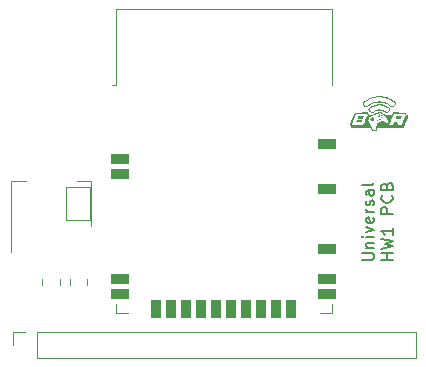
<source format=gbr>
%TF.GenerationSoftware,KiCad,Pcbnew,(6.0.8)*%
%TF.CreationDate,2023-06-07T12:36:53+01:00*%
%TF.ProjectId,BlueRetro_Universal_HW1_3v3,426c7565-5265-4747-926f-5f556e697665,rev?*%
%TF.SameCoordinates,Original*%
%TF.FileFunction,Legend,Top*%
%TF.FilePolarity,Positive*%
%FSLAX46Y46*%
G04 Gerber Fmt 4.6, Leading zero omitted, Abs format (unit mm)*
G04 Created by KiCad (PCBNEW (6.0.8)) date 2023-06-07 12:36:53*
%MOMM*%
%LPD*%
G01*
G04 APERTURE LIST*
%ADD10C,0.150000*%
%ADD11C,0.120000*%
%ADD12R,1.500000X0.900000*%
%ADD13R,0.900000X1.500000*%
G04 APERTURE END LIST*
D10*
X161410580Y-64606085D02*
X162220104Y-64606085D01*
X162315342Y-64558466D01*
X162362961Y-64510847D01*
X162410580Y-64415609D01*
X162410580Y-64225133D01*
X162362961Y-64129895D01*
X162315342Y-64082276D01*
X162220104Y-64034657D01*
X161410580Y-64034657D01*
X161743914Y-63558466D02*
X162410580Y-63558466D01*
X161839152Y-63558466D02*
X161791533Y-63510847D01*
X161743914Y-63415609D01*
X161743914Y-63272752D01*
X161791533Y-63177514D01*
X161886771Y-63129895D01*
X162410580Y-63129895D01*
X162410580Y-62653704D02*
X161743914Y-62653704D01*
X161410580Y-62653704D02*
X161458200Y-62701323D01*
X161505819Y-62653704D01*
X161458200Y-62606085D01*
X161410580Y-62653704D01*
X161505819Y-62653704D01*
X161743914Y-62272752D02*
X162410580Y-62034657D01*
X161743914Y-61796561D01*
X162362961Y-61034657D02*
X162410580Y-61129895D01*
X162410580Y-61320371D01*
X162362961Y-61415609D01*
X162267723Y-61463228D01*
X161886771Y-61463228D01*
X161791533Y-61415609D01*
X161743914Y-61320371D01*
X161743914Y-61129895D01*
X161791533Y-61034657D01*
X161886771Y-60987038D01*
X161982009Y-60987038D01*
X162077247Y-61463228D01*
X162410580Y-60558466D02*
X161743914Y-60558466D01*
X161934390Y-60558466D02*
X161839152Y-60510847D01*
X161791533Y-60463228D01*
X161743914Y-60367990D01*
X161743914Y-60272752D01*
X162362961Y-59987038D02*
X162410580Y-59891800D01*
X162410580Y-59701323D01*
X162362961Y-59606085D01*
X162267723Y-59558466D01*
X162220104Y-59558466D01*
X162124866Y-59606085D01*
X162077247Y-59701323D01*
X162077247Y-59844180D01*
X162029628Y-59939419D01*
X161934390Y-59987038D01*
X161886771Y-59987038D01*
X161791533Y-59939419D01*
X161743914Y-59844180D01*
X161743914Y-59701323D01*
X161791533Y-59606085D01*
X162410580Y-58701323D02*
X161886771Y-58701323D01*
X161791533Y-58748942D01*
X161743914Y-58844180D01*
X161743914Y-59034657D01*
X161791533Y-59129895D01*
X162362961Y-58701323D02*
X162410580Y-58796561D01*
X162410580Y-59034657D01*
X162362961Y-59129895D01*
X162267723Y-59177514D01*
X162172485Y-59177514D01*
X162077247Y-59129895D01*
X162029628Y-59034657D01*
X162029628Y-58796561D01*
X161982009Y-58701323D01*
X162410580Y-58082276D02*
X162362961Y-58177514D01*
X162267723Y-58225133D01*
X161410580Y-58225133D01*
X164020580Y-64606085D02*
X163020580Y-64606085D01*
X163496771Y-64606085D02*
X163496771Y-64034657D01*
X164020580Y-64034657D02*
X163020580Y-64034657D01*
X163020580Y-63653704D02*
X164020580Y-63415609D01*
X163306295Y-63225133D01*
X164020580Y-63034657D01*
X163020580Y-62796561D01*
X164020580Y-61891800D02*
X164020580Y-62463228D01*
X164020580Y-62177514D02*
X163020580Y-62177514D01*
X163163438Y-62272752D01*
X163258676Y-62367990D01*
X163306295Y-62463228D01*
X164020580Y-60701323D02*
X163020580Y-60701323D01*
X163020580Y-60320371D01*
X163068200Y-60225133D01*
X163115819Y-60177514D01*
X163211057Y-60129895D01*
X163353914Y-60129895D01*
X163449152Y-60177514D01*
X163496771Y-60225133D01*
X163544390Y-60320371D01*
X163544390Y-60701323D01*
X163925342Y-59129895D02*
X163972961Y-59177514D01*
X164020580Y-59320371D01*
X164020580Y-59415609D01*
X163972961Y-59558466D01*
X163877723Y-59653704D01*
X163782485Y-59701323D01*
X163592009Y-59748942D01*
X163449152Y-59748942D01*
X163258676Y-59701323D01*
X163163438Y-59653704D01*
X163068200Y-59558466D01*
X163020580Y-59415609D01*
X163020580Y-59320371D01*
X163068200Y-59177514D01*
X163115819Y-59129895D01*
X163496771Y-58367990D02*
X163544390Y-58225133D01*
X163592009Y-58177514D01*
X163687247Y-58129895D01*
X163830104Y-58129895D01*
X163925342Y-58177514D01*
X163972961Y-58225133D01*
X164020580Y-58320371D01*
X164020580Y-58701323D01*
X163020580Y-58701323D01*
X163020580Y-58367990D01*
X163068200Y-58272752D01*
X163115819Y-58225133D01*
X163211057Y-58177514D01*
X163306295Y-58177514D01*
X163401533Y-58225133D01*
X163449152Y-58272752D01*
X163496771Y-58367990D01*
X163496771Y-58701323D01*
%TO.C,G\u002A\u002A\u002A*%
G36*
X160809228Y-52121166D02*
G01*
X161883644Y-52119230D01*
X161915523Y-52175827D01*
X161928831Y-52200031D01*
X161943234Y-52227183D01*
X161957225Y-52254386D01*
X161969297Y-52278741D01*
X161972232Y-52284876D01*
X161997063Y-52337329D01*
X162083016Y-52335857D01*
X162168969Y-52334384D01*
X162235821Y-52303798D01*
X162304099Y-52273664D01*
X162375019Y-52244439D01*
X162447453Y-52216501D01*
X162520269Y-52190227D01*
X162592337Y-52165998D01*
X162662528Y-52144189D01*
X162729712Y-52125181D01*
X162792758Y-52109352D01*
X162850537Y-52097080D01*
X162856591Y-52095950D01*
X162900307Y-52089728D01*
X162942797Y-52087147D01*
X162982452Y-52088209D01*
X163017661Y-52092915D01*
X163030406Y-52095889D01*
X163089402Y-52115215D01*
X163149190Y-52141519D01*
X163208953Y-52174311D01*
X163267872Y-52213100D01*
X163325129Y-52257395D01*
X163376284Y-52303213D01*
X163407502Y-52333183D01*
X163928556Y-52333183D01*
X163937326Y-52313128D01*
X163941201Y-52303854D01*
X163947305Y-52288736D01*
X163955130Y-52269062D01*
X163964163Y-52246120D01*
X163973895Y-52221197D01*
X163979732Y-52206151D01*
X164013368Y-52119230D01*
X165090498Y-52121166D01*
X165145087Y-52224310D01*
X165199677Y-52327453D01*
X165271005Y-52328494D01*
X165297243Y-52328998D01*
X165316583Y-52329679D01*
X165329764Y-52330596D01*
X165337528Y-52331811D01*
X165340615Y-52333386D01*
X165340677Y-52334224D01*
X165339188Y-52338275D01*
X165335194Y-52349104D01*
X165328837Y-52366326D01*
X165320260Y-52389553D01*
X165309606Y-52418397D01*
X165297019Y-52452472D01*
X165282641Y-52491391D01*
X165266615Y-52534765D01*
X165249085Y-52582208D01*
X165230194Y-52633334D01*
X165210084Y-52687753D01*
X165188898Y-52745081D01*
X165166781Y-52804928D01*
X165143873Y-52866909D01*
X165131149Y-52901337D01*
X164923277Y-53463761D01*
X163809197Y-53463850D01*
X162695116Y-53463940D01*
X162692396Y-53485905D01*
X162686726Y-53519932D01*
X162678350Y-53554269D01*
X162667834Y-53587350D01*
X162655740Y-53617610D01*
X162642632Y-53643481D01*
X162629075Y-53663398D01*
X162628048Y-53664618D01*
X162607020Y-53683425D01*
X162580604Y-53697581D01*
X162549617Y-53706891D01*
X162514874Y-53711162D01*
X162477192Y-53710201D01*
X162451024Y-53706591D01*
X162397811Y-53693112D01*
X162347038Y-53672616D01*
X162299216Y-53645481D01*
X162254855Y-53612083D01*
X162214465Y-53572797D01*
X162178554Y-53528000D01*
X162151954Y-53485905D01*
X162139588Y-53463940D01*
X161282335Y-53463940D01*
X161201975Y-53463934D01*
X161123654Y-53463916D01*
X161047713Y-53463888D01*
X160974495Y-53463848D01*
X160904340Y-53463799D01*
X160837590Y-53463741D01*
X160774586Y-53463674D01*
X160715670Y-53463598D01*
X160661183Y-53463515D01*
X160611466Y-53463424D01*
X160566862Y-53463326D01*
X160527711Y-53463223D01*
X160494355Y-53463114D01*
X160467135Y-53462999D01*
X160446392Y-53462881D01*
X160432469Y-53462758D01*
X160425706Y-53462631D01*
X160425082Y-53462579D01*
X160426460Y-53458801D01*
X160430312Y-53448997D01*
X160436222Y-53434213D01*
X160443770Y-53415494D01*
X160452537Y-53393886D01*
X160456065Y-53385222D01*
X160465311Y-53362537D01*
X160473633Y-53342111D01*
X160480579Y-53325050D01*
X160485699Y-53312464D01*
X160488541Y-53305458D01*
X160488914Y-53304532D01*
X160487795Y-53302814D01*
X160482419Y-53301468D01*
X160472053Y-53300436D01*
X160455962Y-53299659D01*
X160433411Y-53299080D01*
X160416285Y-53298801D01*
X160341791Y-53297764D01*
X160381227Y-53198498D01*
X160487677Y-53198498D01*
X160488483Y-53199402D01*
X160490570Y-53200206D01*
X160494339Y-53200914D01*
X160500191Y-53201532D01*
X160508530Y-53202067D01*
X160519757Y-53202525D01*
X160534273Y-53202912D01*
X160552481Y-53203233D01*
X160574783Y-53203495D01*
X160601580Y-53203703D01*
X160633275Y-53203864D01*
X160670269Y-53203984D01*
X160712965Y-53204068D01*
X160761763Y-53204123D01*
X160817067Y-53204154D01*
X160879278Y-53204169D01*
X160936037Y-53204171D01*
X161386687Y-53204171D01*
X161591109Y-53057079D01*
X161641763Y-52943057D01*
X161692416Y-52829034D01*
X161671095Y-52793106D01*
X161946482Y-52793106D01*
X161948225Y-52812684D01*
X161951570Y-52833374D01*
X161956718Y-52855658D01*
X161963872Y-52880016D01*
X161973231Y-52906932D01*
X161984999Y-52936886D01*
X161999376Y-52970360D01*
X162016564Y-53007837D01*
X162036764Y-53049796D01*
X162060179Y-53096722D01*
X162087009Y-53149094D01*
X162117456Y-53207395D01*
X162128853Y-53229002D01*
X162144397Y-53258485D01*
X162160725Y-53289590D01*
X162176935Y-53320584D01*
X162192120Y-53349738D01*
X162205378Y-53375318D01*
X162214301Y-53392655D01*
X162225242Y-53413798D01*
X162235575Y-53433364D01*
X162244580Y-53450022D01*
X162251539Y-53462440D01*
X162255571Y-53469057D01*
X162285820Y-53506724D01*
X162321215Y-53539984D01*
X162360628Y-53568034D01*
X162402930Y-53590067D01*
X162446210Y-53605076D01*
X162468713Y-53609630D01*
X162492096Y-53612084D01*
X162514177Y-53612379D01*
X162532772Y-53610460D01*
X162542990Y-53607587D01*
X162552234Y-53601635D01*
X162560755Y-53591579D01*
X162568639Y-53577046D01*
X162575974Y-53557661D01*
X162582844Y-53533050D01*
X162589336Y-53502838D01*
X162595536Y-53466652D01*
X162601531Y-53424117D01*
X162607405Y-53374858D01*
X162613246Y-53318502D01*
X162615879Y-53290809D01*
X162620359Y-53244040D01*
X162624593Y-53204181D01*
X162625094Y-53200196D01*
X163691288Y-53200196D01*
X163694809Y-53201327D01*
X163705436Y-53202265D01*
X163723264Y-53203013D01*
X163748389Y-53203574D01*
X163780907Y-53203949D01*
X163820913Y-53204142D01*
X163847142Y-53204171D01*
X164002995Y-53204171D01*
X164040761Y-53111533D01*
X164051760Y-53084571D01*
X164062575Y-53058098D01*
X164072633Y-53033511D01*
X164081362Y-53012208D01*
X164088191Y-52995584D01*
X164091594Y-52987335D01*
X164104662Y-52955774D01*
X164252202Y-52956774D01*
X164399742Y-52957773D01*
X164438913Y-53020805D01*
X164451083Y-53040702D01*
X164461720Y-53058693D01*
X164470195Y-53073665D01*
X164475879Y-53084504D01*
X164478144Y-53090097D01*
X164478159Y-53090282D01*
X164476849Y-53096074D01*
X164473206Y-53107444D01*
X164467751Y-53122881D01*
X164461000Y-53140873D01*
X164459140Y-53145674D01*
X164452158Y-53163906D01*
X164446321Y-53179788D01*
X164442142Y-53191867D01*
X164440140Y-53198690D01*
X164440039Y-53199439D01*
X164441497Y-53200669D01*
X164446263Y-53201660D01*
X164454917Y-53202426D01*
X164468043Y-53202980D01*
X164486222Y-53203337D01*
X164510036Y-53203512D01*
X164540066Y-53203518D01*
X164576894Y-53203371D01*
X164595638Y-53203259D01*
X164751244Y-53202261D01*
X164803745Y-53057097D01*
X164815180Y-53025364D01*
X164825761Y-52995777D01*
X164835211Y-52969128D01*
X164843252Y-52946207D01*
X164849609Y-52927806D01*
X164854005Y-52914716D01*
X164856161Y-52907728D01*
X164856336Y-52906858D01*
X164854493Y-52901877D01*
X164849374Y-52891727D01*
X164841701Y-52877752D01*
X164832195Y-52861295D01*
X164829139Y-52856151D01*
X164819401Y-52839610D01*
X164811417Y-52825559D01*
X164805854Y-52815209D01*
X164803378Y-52809770D01*
X164803353Y-52809259D01*
X164806930Y-52806905D01*
X164815874Y-52801191D01*
X164829077Y-52792820D01*
X164845435Y-52782494D01*
X164858335Y-52774373D01*
X164876744Y-52762673D01*
X164893211Y-52751973D01*
X164906491Y-52743101D01*
X164915336Y-52736886D01*
X164918125Y-52734655D01*
X164920768Y-52730086D01*
X164926098Y-52719138D01*
X164933821Y-52702467D01*
X164943647Y-52680729D01*
X164955281Y-52654580D01*
X164968431Y-52624676D01*
X164982805Y-52591674D01*
X164998110Y-52556230D01*
X165008533Y-52531925D01*
X165092634Y-52335285D01*
X165061437Y-52275104D01*
X165030241Y-52214922D01*
X164555956Y-52214841D01*
X164081671Y-52214759D01*
X164048291Y-52299757D01*
X164036392Y-52330006D01*
X164022380Y-52365536D01*
X164006537Y-52405644D01*
X163989140Y-52449624D01*
X163970472Y-52496773D01*
X163950811Y-52546384D01*
X163930437Y-52597755D01*
X163909631Y-52650180D01*
X163888672Y-52702955D01*
X163867841Y-52755375D01*
X163847417Y-52806736D01*
X163827680Y-52856333D01*
X163808910Y-52903462D01*
X163791388Y-52947417D01*
X163775392Y-52987496D01*
X163761203Y-53022992D01*
X163749102Y-53053201D01*
X163739367Y-53077419D01*
X163734910Y-53088458D01*
X163724020Y-53115485D01*
X163714124Y-53140291D01*
X163705572Y-53161973D01*
X163698716Y-53179632D01*
X163693909Y-53192367D01*
X163691501Y-53199277D01*
X163691288Y-53200196D01*
X162625094Y-53200196D01*
X162628822Y-53170516D01*
X162633289Y-53142330D01*
X162638233Y-53118908D01*
X162643898Y-53099534D01*
X162650522Y-53083495D01*
X162658349Y-53070073D01*
X162667619Y-53058555D01*
X162678574Y-53048225D01*
X162691454Y-53038368D01*
X162703876Y-53029970D01*
X162731254Y-53013320D01*
X162764689Y-52994939D01*
X162802945Y-52975371D01*
X162844785Y-52955159D01*
X162888973Y-52934849D01*
X162934273Y-52914985D01*
X162979449Y-52896110D01*
X163023264Y-52878769D01*
X163064481Y-52863505D01*
X163101865Y-52850864D01*
X163129426Y-52842663D01*
X163156457Y-52836559D01*
X163180815Y-52834225D01*
X163203993Y-52835965D01*
X163227485Y-52842088D01*
X163252785Y-52852898D01*
X163281387Y-52868702D01*
X163293906Y-52876378D01*
X163309731Y-52886855D01*
X163330022Y-52901140D01*
X163353359Y-52918169D01*
X163378326Y-52936875D01*
X163403503Y-52956195D01*
X163427472Y-52975061D01*
X163448815Y-52992410D01*
X163452530Y-52995509D01*
X163477089Y-53015251D01*
X163497913Y-53029677D01*
X163516347Y-53039178D01*
X163533738Y-53044142D01*
X163551433Y-53044960D01*
X163570777Y-53042021D01*
X163592340Y-53035965D01*
X163619777Y-53027143D01*
X163617461Y-52984818D01*
X163611561Y-52930136D01*
X163599638Y-52872636D01*
X163581597Y-52812012D01*
X163557343Y-52747957D01*
X163526782Y-52680164D01*
X163517236Y-52660779D01*
X163480498Y-52592645D01*
X163441379Y-52530559D01*
X163398833Y-52473041D01*
X163351813Y-52418618D01*
X163328376Y-52394197D01*
X163271632Y-52341084D01*
X163213306Y-52294691D01*
X163153743Y-52255249D01*
X163093294Y-52222989D01*
X163034020Y-52198737D01*
X163018793Y-52193599D01*
X163006496Y-52190102D01*
X162994961Y-52187941D01*
X162982023Y-52186814D01*
X162965515Y-52186415D01*
X162946364Y-52186424D01*
X162922122Y-52186849D01*
X162901697Y-52188094D01*
X162882122Y-52190502D01*
X162860426Y-52194414D01*
X162840695Y-52198604D01*
X162775779Y-52214268D01*
X162706369Y-52233473D01*
X162633762Y-52255734D01*
X162559257Y-52280564D01*
X162484152Y-52307478D01*
X162409745Y-52335989D01*
X162337334Y-52365611D01*
X162268217Y-52395859D01*
X162203694Y-52426246D01*
X162145061Y-52456286D01*
X162128857Y-52465133D01*
X162098547Y-52482322D01*
X162074071Y-52497298D01*
X162054344Y-52511088D01*
X162038281Y-52524717D01*
X162024795Y-52539213D01*
X162012803Y-52555601D01*
X162001218Y-52574909D01*
X161989661Y-52596772D01*
X161967711Y-52647701D01*
X161953353Y-52699313D01*
X161946558Y-52751737D01*
X161946482Y-52793106D01*
X161671095Y-52793106D01*
X161652531Y-52761823D01*
X161640462Y-52741415D01*
X161629790Y-52723237D01*
X161621109Y-52708313D01*
X161615014Y-52697664D01*
X161612098Y-52692313D01*
X161611938Y-52691935D01*
X161614708Y-52689056D01*
X161622867Y-52682380D01*
X161635584Y-52672543D01*
X161652026Y-52660181D01*
X161671361Y-52645930D01*
X161687211Y-52634420D01*
X161763191Y-52579581D01*
X161825917Y-52457443D01*
X161842473Y-52425129D01*
X161855801Y-52398887D01*
X161866210Y-52378020D01*
X161874010Y-52361829D01*
X161879510Y-52349615D01*
X161883020Y-52340680D01*
X161884849Y-52334325D01*
X161885308Y-52329851D01*
X161884706Y-52326561D01*
X161884342Y-52325649D01*
X161881054Y-52318916D01*
X161874916Y-52306929D01*
X161866695Y-52291164D01*
X161857159Y-52273097D01*
X161853051Y-52265376D01*
X161826059Y-52214759D01*
X160877415Y-52214759D01*
X160683763Y-52702780D01*
X160660595Y-52761173D01*
X160638183Y-52817667D01*
X160616693Y-52871850D01*
X160596286Y-52923309D01*
X160577128Y-52971631D01*
X160559382Y-53016404D01*
X160543210Y-53057213D01*
X160528778Y-53093647D01*
X160516248Y-53125293D01*
X160505784Y-53151737D01*
X160497550Y-53172566D01*
X160491709Y-53187369D01*
X160488425Y-53195731D01*
X160487749Y-53197486D01*
X160487677Y-53198498D01*
X160381227Y-53198498D01*
X160575510Y-52709465D01*
X160809228Y-52121166D01*
G37*
G36*
X161942892Y-51824730D02*
G01*
X161953179Y-51791661D01*
X161970051Y-51760930D01*
X161978494Y-51749716D01*
X161990707Y-51736961D01*
X162008623Y-51721208D01*
X162031257Y-51703152D01*
X162057625Y-51683489D01*
X162086742Y-51662915D01*
X162117623Y-51642126D01*
X162149284Y-51621817D01*
X162180740Y-51602685D01*
X162210990Y-51585433D01*
X162299763Y-51541073D01*
X162392531Y-51503133D01*
X162489019Y-51471699D01*
X162588952Y-51446856D01*
X162692054Y-51428689D01*
X162734347Y-51423285D01*
X162759230Y-51421163D01*
X162790043Y-51419668D01*
X162825101Y-51418789D01*
X162862720Y-51418512D01*
X162901215Y-51418828D01*
X162938902Y-51419723D01*
X162974097Y-51421187D01*
X163005115Y-51423207D01*
X163026586Y-51425311D01*
X163130361Y-51441467D01*
X163231361Y-51464692D01*
X163329469Y-51494943D01*
X163424568Y-51532177D01*
X163516540Y-51576352D01*
X163605266Y-51627426D01*
X163625820Y-51640547D01*
X163668350Y-51669103D01*
X163704095Y-51695047D01*
X163733357Y-51718632D01*
X163756434Y-51740111D01*
X163773625Y-51759738D01*
X163783038Y-51773746D01*
X163796348Y-51803911D01*
X163803942Y-51837021D01*
X163805520Y-51870846D01*
X163800783Y-51903155D01*
X163800563Y-51903992D01*
X163796885Y-51916534D01*
X163792549Y-51928060D01*
X163786968Y-51939327D01*
X163779557Y-51951094D01*
X163769731Y-51964120D01*
X163756905Y-51979162D01*
X163740495Y-51996981D01*
X163719915Y-52018333D01*
X163694580Y-52043978D01*
X163685786Y-52052801D01*
X163658243Y-52080227D01*
X163635175Y-52102674D01*
X163615793Y-52120699D01*
X163599307Y-52134861D01*
X163584928Y-52145716D01*
X163571866Y-52153823D01*
X163559333Y-52159739D01*
X163546537Y-52164022D01*
X163532691Y-52167229D01*
X163520831Y-52169315D01*
X163490250Y-52171724D01*
X163461030Y-52168526D01*
X163432008Y-52159370D01*
X163402019Y-52143903D01*
X163374386Y-52125153D01*
X163307280Y-52079885D01*
X163237232Y-52041663D01*
X163164189Y-52010463D01*
X163100281Y-51989604D01*
X163030481Y-51973436D01*
X162957742Y-51963307D01*
X162883588Y-51959246D01*
X162809547Y-51961282D01*
X162737144Y-51969444D01*
X162676631Y-51981562D01*
X162637058Y-51991931D01*
X162600590Y-52003058D01*
X162566082Y-52015498D01*
X162532386Y-52029801D01*
X162498358Y-52046522D01*
X162462850Y-52066213D01*
X162424717Y-52089427D01*
X162382813Y-52116716D01*
X162349329Y-52139427D01*
X162318452Y-52156518D01*
X162285397Y-52167311D01*
X162251611Y-52171509D01*
X162218542Y-52168811D01*
X162212900Y-52167599D01*
X162191573Y-52161619D01*
X162173585Y-52154027D01*
X162155785Y-52143299D01*
X162142228Y-52133472D01*
X162131864Y-52124837D01*
X162117560Y-52111831D01*
X162100267Y-52095422D01*
X162080937Y-52076572D01*
X162060523Y-52056248D01*
X162039975Y-52035413D01*
X162020245Y-52015033D01*
X162002286Y-51996073D01*
X161987049Y-51979496D01*
X161975486Y-51966269D01*
X161968674Y-51957542D01*
X161952081Y-51926544D01*
X161942289Y-51893314D01*
X161940027Y-51867819D01*
X162037543Y-51867819D01*
X162042442Y-51888545D01*
X162044550Y-51893066D01*
X162049625Y-51900207D01*
X162059330Y-51911560D01*
X162072792Y-51926259D01*
X162089138Y-51943442D01*
X162107495Y-51962244D01*
X162126992Y-51981800D01*
X162146755Y-52001246D01*
X162165912Y-52019718D01*
X162183591Y-52036353D01*
X162198919Y-52050284D01*
X162211023Y-52060649D01*
X162219031Y-52066583D01*
X162220540Y-52067386D01*
X162237861Y-52072034D01*
X162257126Y-52072999D01*
X162274368Y-52070134D01*
X162276280Y-52069462D01*
X162283683Y-52065579D01*
X162295353Y-52058260D01*
X162309464Y-52048686D01*
X162319505Y-52041503D01*
X162389832Y-51994712D01*
X162463243Y-51954789D01*
X162539324Y-51921809D01*
X162617664Y-51895847D01*
X162697851Y-51876978D01*
X162779471Y-51865276D01*
X162862113Y-51860817D01*
X162945363Y-51863674D01*
X163028811Y-51873922D01*
X163112043Y-51891637D01*
X163125909Y-51895333D01*
X163199873Y-51919370D01*
X163272647Y-51950397D01*
X163342834Y-51987770D01*
X163389475Y-52017224D01*
X163414654Y-52034205D01*
X163434414Y-52047369D01*
X163449651Y-52057202D01*
X163461261Y-52064189D01*
X163470139Y-52068814D01*
X163477180Y-52071564D01*
X163483280Y-52072922D01*
X163489334Y-52073376D01*
X163493179Y-52073415D01*
X163506701Y-52072548D01*
X163518873Y-52070377D01*
X163521999Y-52069412D01*
X163527321Y-52065760D01*
X163537119Y-52057442D01*
X163550555Y-52045280D01*
X163566791Y-52030099D01*
X163584991Y-52012722D01*
X163604315Y-51993972D01*
X163623927Y-51974673D01*
X163642989Y-51955649D01*
X163660663Y-51937723D01*
X163676112Y-51921719D01*
X163688498Y-51908460D01*
X163696983Y-51898769D01*
X163700548Y-51893869D01*
X163707541Y-51872373D01*
X163707533Y-51849831D01*
X163700687Y-51827843D01*
X163692326Y-51814176D01*
X163684340Y-51805761D01*
X163670992Y-51794110D01*
X163653392Y-51780042D01*
X163632651Y-51764381D01*
X163609881Y-51747948D01*
X163586191Y-51731565D01*
X163562692Y-51716054D01*
X163543497Y-51704047D01*
X163455934Y-51655297D01*
X163365997Y-51613781D01*
X163273869Y-51579548D01*
X163179730Y-51552645D01*
X163083760Y-51533121D01*
X162986141Y-51521023D01*
X162887053Y-51516399D01*
X162835580Y-51516946D01*
X162737168Y-51523256D01*
X162642080Y-51536283D01*
X162549741Y-51556177D01*
X162459576Y-51583083D01*
X162371012Y-51617149D01*
X162283572Y-51658472D01*
X162248708Y-51677194D01*
X162214163Y-51697070D01*
X162180726Y-51717546D01*
X162149188Y-51738069D01*
X162120337Y-51758088D01*
X162094964Y-51777049D01*
X162073856Y-51794400D01*
X162057805Y-51809588D01*
X162047599Y-51822060D01*
X162046020Y-51824753D01*
X162038754Y-51845717D01*
X162037543Y-51867819D01*
X161940027Y-51867819D01*
X161939244Y-51858995D01*
X161942892Y-51824730D01*
G37*
G36*
X161461244Y-51323643D02*
G01*
X161475498Y-51290335D01*
X161481605Y-51280077D01*
X161491924Y-51266860D01*
X161508033Y-51250100D01*
X161529268Y-51230346D01*
X161554969Y-51208151D01*
X161584471Y-51184063D01*
X161617115Y-51158634D01*
X161652236Y-51132413D01*
X161689174Y-51105951D01*
X161701003Y-51097707D01*
X161804543Y-51030656D01*
X161912083Y-50970013D01*
X162023247Y-50915926D01*
X162137658Y-50868542D01*
X162254937Y-50828007D01*
X162374708Y-50794468D01*
X162496593Y-50768073D01*
X162583452Y-50753856D01*
X162626262Y-50748085D01*
X162665540Y-50743529D01*
X162703106Y-50740072D01*
X162740780Y-50737598D01*
X162780382Y-50735990D01*
X162823731Y-50735133D01*
X162872647Y-50734908D01*
X162879511Y-50734920D01*
X162931262Y-50735363D01*
X162977405Y-50736539D01*
X163019950Y-50738589D01*
X163060907Y-50741653D01*
X163102285Y-50745873D01*
X163146094Y-50751389D01*
X163177481Y-50755832D01*
X163298056Y-50777348D01*
X163417389Y-50806274D01*
X163535034Y-50842423D01*
X163650542Y-50885606D01*
X163763467Y-50935635D01*
X163873362Y-50992322D01*
X163979779Y-51055479D01*
X164082272Y-51124918D01*
X164118857Y-51151973D01*
X164155065Y-51179779D01*
X164185428Y-51204038D01*
X164210534Y-51225320D01*
X164230975Y-51244196D01*
X164247339Y-51261235D01*
X164260218Y-51277008D01*
X164270200Y-51292084D01*
X164276700Y-51304456D01*
X164282696Y-51318499D01*
X164286510Y-51331364D01*
X164288770Y-51345942D01*
X164290105Y-51365120D01*
X164290160Y-51366264D01*
X164289407Y-51399617D01*
X164283434Y-51429057D01*
X164271730Y-51456692D01*
X164265603Y-51467271D01*
X164259741Y-51474989D01*
X164249230Y-51487087D01*
X164234950Y-51502672D01*
X164217784Y-51520850D01*
X164198611Y-51540731D01*
X164178312Y-51561420D01*
X164157770Y-51582027D01*
X164137864Y-51601657D01*
X164119476Y-51619420D01*
X164103487Y-51634422D01*
X164090777Y-51645771D01*
X164083811Y-51651435D01*
X164053522Y-51669475D01*
X164020353Y-51680445D01*
X163984271Y-51684355D01*
X163982220Y-51684365D01*
X163962032Y-51683795D01*
X163944220Y-51681717D01*
X163927602Y-51677584D01*
X163910997Y-51670848D01*
X163893225Y-51660959D01*
X163873104Y-51647370D01*
X163849453Y-51629532D01*
X163828812Y-51613135D01*
X163742352Y-51548091D01*
X163653205Y-51490084D01*
X163561162Y-51439026D01*
X163466011Y-51394827D01*
X163367542Y-51357398D01*
X163265543Y-51326648D01*
X163159805Y-51302489D01*
X163059057Y-51286009D01*
X163025829Y-51282426D01*
X162986833Y-51279677D01*
X162943779Y-51277771D01*
X162898382Y-51276720D01*
X162852352Y-51276532D01*
X162807402Y-51277219D01*
X162765245Y-51278790D01*
X162727591Y-51281256D01*
X162701876Y-51283878D01*
X162591979Y-51301146D01*
X162485358Y-51325200D01*
X162382135Y-51355991D01*
X162282429Y-51393467D01*
X162186359Y-51437580D01*
X162094047Y-51488280D01*
X162005611Y-51545515D01*
X161921918Y-51608632D01*
X161897564Y-51628192D01*
X161878001Y-51643382D01*
X161862272Y-51654858D01*
X161849415Y-51663277D01*
X161838471Y-51669297D01*
X161828481Y-51673575D01*
X161825602Y-51674592D01*
X161792470Y-51682272D01*
X161756839Y-51684226D01*
X161739251Y-51683000D01*
X161710150Y-51676296D01*
X161685770Y-51666151D01*
X161677135Y-51661691D01*
X161668916Y-51656776D01*
X161660346Y-51650737D01*
X161650656Y-51642907D01*
X161639081Y-51632617D01*
X161624852Y-51619198D01*
X161607202Y-51601982D01*
X161585363Y-51580300D01*
X161572709Y-51567651D01*
X161542767Y-51537348D01*
X161518411Y-51511967D01*
X161499511Y-51491363D01*
X161485934Y-51475392D01*
X161477549Y-51463908D01*
X161476335Y-51461877D01*
X161461692Y-51428423D01*
X161454314Y-51393615D01*
X161454261Y-51380447D01*
X161552355Y-51380447D01*
X161556244Y-51400515D01*
X161559394Y-51407910D01*
X161564470Y-51415051D01*
X161574175Y-51426404D01*
X161587636Y-51441104D01*
X161603982Y-51458286D01*
X161622340Y-51477088D01*
X161641836Y-51496644D01*
X161661599Y-51516090D01*
X161680757Y-51534563D01*
X161698435Y-51551197D01*
X161713763Y-51565129D01*
X161725867Y-51575494D01*
X161733875Y-51581428D01*
X161735385Y-51582230D01*
X161756626Y-51587523D01*
X161778692Y-51586413D01*
X161791001Y-51582681D01*
X161798624Y-51578356D01*
X161810725Y-51570159D01*
X161825904Y-51559096D01*
X161842759Y-51546173D01*
X161851045Y-51539594D01*
X161941783Y-51471319D01*
X162035110Y-51410221D01*
X162131135Y-51356253D01*
X162229966Y-51309372D01*
X162331712Y-51269534D01*
X162436480Y-51236692D01*
X162544380Y-51210804D01*
X162655518Y-51191823D01*
X162711426Y-51185006D01*
X162741197Y-51182498D01*
X162776633Y-51180582D01*
X162815919Y-51179269D01*
X162857241Y-51178573D01*
X162898784Y-51178506D01*
X162938734Y-51179080D01*
X162975277Y-51180307D01*
X163006599Y-51182201D01*
X163015126Y-51182940D01*
X163067072Y-51188827D01*
X163122613Y-51196825D01*
X163178316Y-51206380D01*
X163230750Y-51216938D01*
X163243974Y-51219905D01*
X163274989Y-51227693D01*
X163310888Y-51237785D01*
X163349706Y-51249546D01*
X163389477Y-51262338D01*
X163428235Y-51275523D01*
X163464015Y-51288465D01*
X163494849Y-51300527D01*
X163502192Y-51303601D01*
X163602808Y-51350567D01*
X163700118Y-51404220D01*
X163793491Y-51464173D01*
X163882296Y-51530044D01*
X163908091Y-51551016D01*
X163928062Y-51566839D01*
X163944294Y-51577734D01*
X163958190Y-51584422D01*
X163971156Y-51587624D01*
X163980539Y-51588175D01*
X163989423Y-51587601D01*
X163998069Y-51585631D01*
X164007173Y-51581735D01*
X164017430Y-51575383D01*
X164029537Y-51566043D01*
X164044190Y-51553185D01*
X164062084Y-51536279D01*
X164083917Y-51514793D01*
X164106392Y-51492230D01*
X164129942Y-51468365D01*
X164148628Y-51449167D01*
X164163041Y-51433956D01*
X164173772Y-51422047D01*
X164181412Y-51412760D01*
X164186551Y-51405413D01*
X164189781Y-51399323D01*
X164191693Y-51393809D01*
X164191701Y-51393780D01*
X164194087Y-51370341D01*
X164189199Y-51347249D01*
X164185616Y-51339221D01*
X164178398Y-51329371D01*
X164165403Y-51316006D01*
X164147341Y-51299650D01*
X164124917Y-51280828D01*
X164098842Y-51260065D01*
X164069821Y-51237886D01*
X164038565Y-51214816D01*
X164005779Y-51191381D01*
X163972174Y-51168104D01*
X163938455Y-51145511D01*
X163905332Y-51124126D01*
X163873513Y-51104476D01*
X163851733Y-51091653D01*
X163755074Y-51040003D01*
X163653568Y-50993203D01*
X163548486Y-50951692D01*
X163441098Y-50915909D01*
X163332676Y-50886294D01*
X163224490Y-50863287D01*
X163162201Y-50853122D01*
X163044135Y-50839619D01*
X162925271Y-50832988D01*
X162806745Y-50833241D01*
X162689696Y-50840390D01*
X162625473Y-50847378D01*
X162506888Y-50866147D01*
X162389395Y-50892223D01*
X162273561Y-50925395D01*
X162159955Y-50965451D01*
X162049143Y-51012178D01*
X161941692Y-51065365D01*
X161838170Y-51124800D01*
X161775594Y-51165107D01*
X161745116Y-51186085D01*
X161714599Y-51207969D01*
X161684788Y-51230155D01*
X161656427Y-51252039D01*
X161630261Y-51273018D01*
X161607034Y-51292487D01*
X161587490Y-51309843D01*
X161572374Y-51324482D01*
X161562430Y-51335800D01*
X161559376Y-51340506D01*
X161553399Y-51359326D01*
X161552355Y-51380447D01*
X161454261Y-51380447D01*
X161454173Y-51358379D01*
X161461244Y-51323643D01*
G37*
G36*
X162275440Y-52518799D02*
G01*
X162279741Y-52523025D01*
X162286372Y-52532502D01*
X162294277Y-52545633D01*
X162299375Y-52554951D01*
X162307413Y-52569476D01*
X162314665Y-52581291D01*
X162320130Y-52588829D01*
X162322209Y-52590680D01*
X162327558Y-52589921D01*
X162338071Y-52586359D01*
X162352081Y-52580610D01*
X162363690Y-52575326D01*
X162379680Y-52568233D01*
X162393894Y-52562802D01*
X162404466Y-52559697D01*
X162408707Y-52559265D01*
X162413947Y-52561905D01*
X162420477Y-52569017D01*
X162428948Y-52581440D01*
X162439231Y-52598658D01*
X162447991Y-52614431D01*
X162455093Y-52628275D01*
X162459752Y-52638590D01*
X162461208Y-52643497D01*
X162459337Y-52648323D01*
X162453236Y-52654278D01*
X162442172Y-52661881D01*
X162425411Y-52671651D01*
X162408274Y-52680916D01*
X162396029Y-52687913D01*
X162386700Y-52694205D01*
X162382190Y-52698497D01*
X162382108Y-52698680D01*
X162383047Y-52703881D01*
X162387052Y-52714140D01*
X162393443Y-52727860D01*
X162399706Y-52740046D01*
X162409499Y-52758949D01*
X162415604Y-52772570D01*
X162418303Y-52782153D01*
X162417880Y-52788943D01*
X162414618Y-52794185D01*
X162412501Y-52796196D01*
X162405630Y-52801268D01*
X162394275Y-52808737D01*
X162379880Y-52817745D01*
X162363890Y-52827437D01*
X162347749Y-52836955D01*
X162332902Y-52845442D01*
X162320794Y-52852043D01*
X162312868Y-52855899D01*
X162310773Y-52856540D01*
X162303852Y-52853831D01*
X162301664Y-52851765D01*
X162298479Y-52846566D01*
X162292772Y-52836098D01*
X162285390Y-52821949D01*
X162278241Y-52807833D01*
X162267999Y-52788454D01*
X162259878Y-52775476D01*
X162254090Y-52769223D01*
X162252506Y-52768677D01*
X162247012Y-52770420D01*
X162236267Y-52775195D01*
X162221701Y-52782323D01*
X162204741Y-52791124D01*
X162200292Y-52793508D01*
X162179424Y-52804553D01*
X162164087Y-52812046D01*
X162153233Y-52816322D01*
X162145813Y-52817714D01*
X162140780Y-52816558D01*
X162137383Y-52813564D01*
X162133050Y-52806515D01*
X162126945Y-52794419D01*
X162119806Y-52779008D01*
X162112374Y-52762012D01*
X162105388Y-52745161D01*
X162099586Y-52730186D01*
X162095709Y-52718817D01*
X162094476Y-52713129D01*
X162095090Y-52708836D01*
X162097644Y-52704853D01*
X162103205Y-52700445D01*
X162112841Y-52694877D01*
X162127619Y-52687415D01*
X162141705Y-52680619D01*
X162159391Y-52671926D01*
X162174759Y-52663937D01*
X162186387Y-52657425D01*
X162192849Y-52653160D01*
X162193477Y-52652552D01*
X162194934Y-52648625D01*
X162193904Y-52642185D01*
X162189978Y-52631965D01*
X162182748Y-52616701D01*
X162180410Y-52612016D01*
X162173088Y-52596449D01*
X162167504Y-52582672D01*
X162164366Y-52572547D01*
X162163975Y-52568797D01*
X162165806Y-52564924D01*
X162170838Y-52560614D01*
X162180034Y-52555321D01*
X162194359Y-52548497D01*
X162214775Y-52539595D01*
X162217239Y-52538548D01*
X162236531Y-52530688D01*
X162253329Y-52524455D01*
X162266305Y-52520300D01*
X162274130Y-52518675D01*
X162275440Y-52518799D01*
G37*
G36*
X162757940Y-52751997D02*
G01*
X162767444Y-52757721D01*
X162775775Y-52768294D01*
X162781098Y-52780956D01*
X162782084Y-52788310D01*
X162781006Y-52796133D01*
X162777149Y-52803114D01*
X162769611Y-52809899D01*
X162757494Y-52817131D01*
X162739896Y-52825454D01*
X162716431Y-52835306D01*
X162692081Y-52844910D01*
X162673542Y-52851405D01*
X162659723Y-52854955D01*
X162649530Y-52855725D01*
X162641873Y-52853879D01*
X162635658Y-52849582D01*
X162633838Y-52847761D01*
X162625786Y-52834936D01*
X162622517Y-52820281D01*
X162624611Y-52806798D01*
X162625524Y-52804873D01*
X162631037Y-52799902D01*
X162642338Y-52793289D01*
X162657915Y-52785639D01*
X162676253Y-52777556D01*
X162695841Y-52769643D01*
X162715163Y-52762507D01*
X162732708Y-52756750D01*
X162746960Y-52752977D01*
X162756407Y-52751793D01*
X162757940Y-52751997D01*
G37*
G36*
X162982421Y-52663224D02*
G01*
X162992223Y-52669208D01*
X162999391Y-52679974D01*
X163003037Y-52692889D01*
X163002273Y-52705319D01*
X162998890Y-52712016D01*
X162993271Y-52716011D01*
X162982188Y-52721797D01*
X162967393Y-52728646D01*
X162950633Y-52735831D01*
X162933661Y-52742624D01*
X162918225Y-52748300D01*
X162906076Y-52752129D01*
X162899322Y-52753397D01*
X162889593Y-52750639D01*
X162883971Y-52746463D01*
X162878270Y-52737912D01*
X162873350Y-52727061D01*
X162873337Y-52727023D01*
X162871307Y-52717525D01*
X162872971Y-52709369D01*
X162879087Y-52701874D01*
X162890413Y-52694362D01*
X162907706Y-52686154D01*
X162928132Y-52677942D01*
X162951086Y-52669599D01*
X162967791Y-52664631D01*
X162978779Y-52662895D01*
X162982421Y-52663224D01*
G37*
G36*
X163045464Y-52464616D02*
G01*
X163069702Y-52470706D01*
X163089448Y-52481335D01*
X163103855Y-52495816D01*
X163112078Y-52513466D01*
X163113255Y-52519593D01*
X163111835Y-52535479D01*
X163104092Y-52549691D01*
X163091281Y-52561546D01*
X163074654Y-52570360D01*
X163055465Y-52575449D01*
X163034969Y-52576131D01*
X163016424Y-52572405D01*
X162993844Y-52562160D01*
X162977652Y-52548394D01*
X162968122Y-52531419D01*
X162965464Y-52514379D01*
X162969033Y-52499488D01*
X162978791Y-52486122D01*
X162993310Y-52475167D01*
X163011167Y-52467511D01*
X163030935Y-52464039D01*
X163045464Y-52464616D01*
G37*
G36*
X162872795Y-52414695D02*
G01*
X162888524Y-52422147D01*
X162904913Y-52435676D01*
X162914393Y-52450462D01*
X162917694Y-52467685D01*
X162917713Y-52469277D01*
X162914257Y-52485615D01*
X162904728Y-52499339D01*
X162890384Y-52509983D01*
X162872485Y-52517083D01*
X162852288Y-52520174D01*
X162831051Y-52518793D01*
X162810034Y-52512474D01*
X162805914Y-52510549D01*
X162788098Y-52498404D01*
X162776473Y-52483636D01*
X162771031Y-52467483D01*
X162771760Y-52451180D01*
X162778650Y-52435964D01*
X162791692Y-52423071D01*
X162806697Y-52415201D01*
X162828016Y-52410245D01*
X162850985Y-52410156D01*
X162872795Y-52414695D01*
G37*
G36*
X163118663Y-52323400D02*
G01*
X163139280Y-52332691D01*
X163156512Y-52346989D01*
X163157900Y-52348589D01*
X163165929Y-52363670D01*
X163167889Y-52381040D01*
X163163602Y-52398123D01*
X163161590Y-52401951D01*
X163150063Y-52414504D01*
X163133220Y-52423853D01*
X163112911Y-52429441D01*
X163090987Y-52430712D01*
X163073935Y-52428343D01*
X163058739Y-52422208D01*
X163043848Y-52411988D01*
X163031505Y-52399597D01*
X163023947Y-52386954D01*
X163023333Y-52385041D01*
X163021337Y-52367403D01*
X163026205Y-52351874D01*
X163036323Y-52338981D01*
X163053489Y-52326905D01*
X163074067Y-52320372D01*
X163096358Y-52319249D01*
X163118663Y-52323400D01*
G37*
G36*
X162911843Y-52268549D02*
G01*
X162931397Y-52276065D01*
X162946989Y-52287126D01*
X162953919Y-52295729D01*
X162960320Y-52312105D01*
X162961238Y-52329449D01*
X162956701Y-52345114D01*
X162953349Y-52350338D01*
X162939355Y-52362407D01*
X162920441Y-52370633D01*
X162898507Y-52374618D01*
X162875451Y-52373961D01*
X162858681Y-52370220D01*
X162848146Y-52364963D01*
X162836328Y-52356377D01*
X162830985Y-52351509D01*
X162822231Y-52341856D01*
X162817920Y-52333561D01*
X162816546Y-52323186D01*
X162816479Y-52318418D01*
X162819291Y-52299930D01*
X162828120Y-52285463D01*
X162843558Y-52274158D01*
X162848650Y-52271665D01*
X162868547Y-52265909D01*
X162890252Y-52265017D01*
X162911843Y-52268549D01*
G37*
G36*
X161223370Y-52791610D02*
G01*
X161262839Y-52791657D01*
X161295806Y-52791757D01*
X161322841Y-52791925D01*
X161344512Y-52792179D01*
X161361388Y-52792536D01*
X161374039Y-52793012D01*
X161383034Y-52793625D01*
X161388941Y-52794390D01*
X161392331Y-52795325D01*
X161393772Y-52796447D01*
X161393833Y-52797773D01*
X161393751Y-52798009D01*
X161391542Y-52803245D01*
X161386713Y-52814377D01*
X161379738Y-52830318D01*
X161371095Y-52849980D01*
X161361261Y-52872275D01*
X161356096Y-52883956D01*
X161320901Y-52963492D01*
X160887215Y-52963504D01*
X160892311Y-52951088D01*
X160895284Y-52943824D01*
X160900620Y-52930772D01*
X160907793Y-52913217D01*
X160916277Y-52892445D01*
X160925547Y-52869740D01*
X160927428Y-52865135D01*
X160957449Y-52791598D01*
X161176830Y-52791598D01*
X161223370Y-52791610D01*
G37*
G36*
X161353940Y-52455539D02*
G01*
X161391285Y-52455619D01*
X161425568Y-52455757D01*
X161456107Y-52455947D01*
X161482221Y-52456183D01*
X161503228Y-52456460D01*
X161518445Y-52456771D01*
X161527191Y-52457112D01*
X161529098Y-52457369D01*
X161527457Y-52461172D01*
X161522839Y-52470874D01*
X161515696Y-52485547D01*
X161506483Y-52504263D01*
X161495653Y-52526095D01*
X161485151Y-52547142D01*
X161441203Y-52634973D01*
X161234932Y-52634973D01*
X161196034Y-52634923D01*
X161159529Y-52634779D01*
X161126115Y-52634551D01*
X161096486Y-52634248D01*
X161071339Y-52633880D01*
X161051370Y-52633455D01*
X161037274Y-52632983D01*
X161029749Y-52632474D01*
X161028662Y-52632189D01*
X161030044Y-52628019D01*
X161033930Y-52617775D01*
X161039927Y-52602453D01*
X161047643Y-52583048D01*
X161056685Y-52560556D01*
X161063998Y-52542512D01*
X161099334Y-52455620D01*
X161314216Y-52455524D01*
X161353940Y-52455539D01*
G37*
G36*
X164737629Y-52465902D02*
G01*
X164735114Y-52472480D01*
X164730229Y-52484949D01*
X164723448Y-52502110D01*
X164715244Y-52522765D01*
X164706093Y-52545714D01*
X164702481Y-52554750D01*
X164671149Y-52633063D01*
X164452447Y-52634049D01*
X164404365Y-52634235D01*
X164363428Y-52634319D01*
X164329141Y-52634293D01*
X164301009Y-52634148D01*
X164278536Y-52633875D01*
X164261229Y-52633466D01*
X164248591Y-52632913D01*
X164240129Y-52632205D01*
X164235347Y-52631336D01*
X164233751Y-52630296D01*
X164233745Y-52630224D01*
X164234992Y-52625391D01*
X164238489Y-52614451D01*
X164243872Y-52598472D01*
X164250778Y-52578525D01*
X164258843Y-52555681D01*
X164263961Y-52541375D01*
X164294178Y-52457337D01*
X164517811Y-52456352D01*
X164741445Y-52455366D01*
X164737629Y-52465902D01*
G37*
D11*
%TO.C,U2*%
X140576000Y-69084800D02*
X141576000Y-69084800D01*
X140576000Y-68304800D02*
X140576000Y-69084800D01*
X140576000Y-49759800D02*
X140196000Y-49759800D01*
X158816000Y-69084800D02*
X157816000Y-69084800D01*
X158816000Y-68304800D02*
X158816000Y-69084800D01*
X140576000Y-43344800D02*
X140576000Y-49759800D01*
X140576000Y-43344800D02*
X158816000Y-43344800D01*
X158816000Y-43344800D02*
X158816000Y-49759800D01*
%TO.C,U1*%
X131667200Y-57934800D02*
X132927200Y-57934800D01*
X138487200Y-57934800D02*
X137227200Y-57934800D01*
X138487200Y-61694800D02*
X138487200Y-57934800D01*
X131667200Y-63944800D02*
X131667200Y-57934800D01*
%TO.C,JP1*%
X136377200Y-58444800D02*
X138377200Y-58444800D01*
X136377200Y-61244800D02*
X136377200Y-58444800D01*
X138377200Y-61244800D02*
X136377200Y-61244800D01*
X138377200Y-58444800D02*
X138377200Y-61244800D01*
%TO.C,J1*%
X133869400Y-72865800D02*
X165929400Y-72865800D01*
X133869400Y-72865800D02*
X133869400Y-70745800D01*
X133869400Y-70745800D02*
X165929400Y-70745800D01*
X131809400Y-71805800D02*
X131809400Y-70745800D01*
X131809400Y-70745800D02*
X132869400Y-70745800D01*
X165929400Y-72865800D02*
X165929400Y-70745800D01*
%TO.C,C2*%
X135812200Y-66203548D02*
X135812200Y-66726052D01*
X134342200Y-66203548D02*
X134342200Y-66726052D01*
%TO.C,C1*%
X138112200Y-66203548D02*
X138112200Y-66726052D01*
X136642200Y-66203548D02*
X136642200Y-66726052D01*
%TD*%
D12*
%TO.C,U2*%
X158446000Y-54764800D03*
X158446000Y-58574800D03*
X158446000Y-63654800D03*
X158446000Y-66194800D03*
X158446000Y-67464800D03*
D13*
X155416000Y-68714800D03*
X154146000Y-68714800D03*
X152876000Y-68714800D03*
X151606000Y-68714800D03*
X150336000Y-68714800D03*
X149066000Y-68714800D03*
X147796000Y-68714800D03*
X146526000Y-68714800D03*
X145256000Y-68714800D03*
X143986000Y-68714800D03*
D12*
X140946000Y-67464800D03*
X140946000Y-66194800D03*
X140946000Y-57304800D03*
X140946000Y-56034800D03*
%TD*%
M02*

</source>
